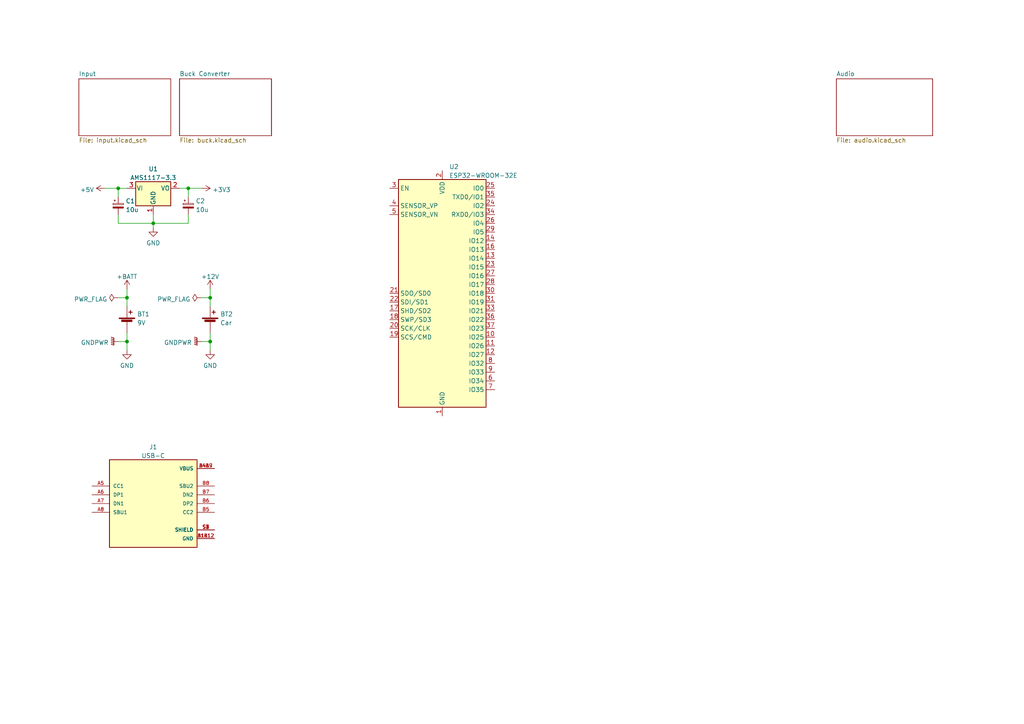
<source format=kicad_sch>
(kicad_sch (version 20211123) (generator eeschema)
  (paper "A4")
  (lib_symbols
    (symbol "Device:Battery_Cell" (pin_numbers hide) (pin_names (offset 0) hide)
      (property "Reference" "BT" (at 2.54 2.54 0))
      (property "Value" "Battery_Cell" (at 2.54 0 0))
      (symbol "Battery_Cell_0_1"
        (rectangle (start -2.286 1.778) (end 2.286 1.524) (fill (type outline)))
        (rectangle (start -1.5748 1.1938) (end 1.4732 0.6858) (fill (type outline)))
        (polyline (pts (xy 0 0.762) (xy 0 0)))
        (polyline (pts (xy 0 1.778) (xy 0 2.54)))
        (polyline (pts (xy 0.508 3.429) (xy 1.524 3.429)) (stroke (width 0.254)))
        (polyline (pts (xy 1.016 3.937) (xy 1.016 2.921)) (stroke (width 0.254)))
      )
      (symbol "Battery_Cell_1_1"
        (pin passive line (at 0 5.08 270) (length 2.54) (name "+") (number "1"))
        (pin passive line (at 0 -2.54 90) (length 2.54) (name "-") (number "2"))
      )
    )
    (symbol "Device:C_Polarized_Small" (pin_numbers hide) (pin_names (offset 0.254) hide)
      (property "Reference" "C" (at 0.254 1.778 0))
      (property "Value" "C_Polarized_Small" (at 0.254 -2.032 0))
      (symbol "C_Polarized_Small_0_1"
        (rectangle (start -1.524 -0.3048) (end 1.524 -0.6858) (fill (type outline)))
        (rectangle (start -1.524 0.6858) (end 1.524 0.3048))
        (polyline (pts (xy -1.27 1.524) (xy -0.762 1.524)))
        (polyline (pts (xy -1.016 1.27) (xy -1.016 1.778)))
      )
      (symbol "C_Polarized_Small_1_1"
        (pin passive line (at 0 2.54 270) (length 1.8542) (name "~") (number "1"))
        (pin passive line (at 0 -2.54 90) (length 1.8542) (name "~") (number "2"))
      )
    )
    (symbol "RF_Module:ESP32-WROOM-32"
      (property "Reference" "U" (at -12.7 34.29 0))
      (property "Value" "ESP32-WROOM-32" (at 1.27 34.29 0))
      (symbol "ESP32-WROOM-32_0_1"
        (rectangle (start -12.7 33.02) (end 12.7 -33.02) (stroke (width 0.254)) (fill (type background)))
      )
      (symbol "ESP32-WROOM-32_1_1"
        (pin power_in line (at 0 -35.56 90) (length 2.54) (name "GND") (number "1"))
        (pin bidirectional line (at 15.24 -12.7 180) (length 2.54) (name "IO25") (number "10"))
        (pin bidirectional line (at 15.24 -15.24 180) (length 2.54) (name "IO26") (number "11"))
        (pin bidirectional line (at 15.24 -17.78 180) (length 2.54) (name "IO27") (number "12"))
        (pin bidirectional line (at 15.24 10.16 180) (length 2.54) (name "IO14") (number "13"))
        (pin bidirectional line (at 15.24 15.24 180) (length 2.54) (name "IO12") (number "14"))
        (pin passive line (at 0 -35.56 90) (length 2.54) hide (name "GND") (number "15"))
        (pin bidirectional line (at 15.24 12.7 180) (length 2.54) (name "IO13") (number "16"))
        (pin bidirectional line (at -15.24 -5.08 0) (length 2.54) (name "SHD/SD2") (number "17"))
        (pin bidirectional line (at -15.24 -7.62 0) (length 2.54) (name "SWP/SD3") (number "18"))
        (pin bidirectional line (at -15.24 -12.7 0) (length 2.54) (name "SCS/CMD") (number "19"))
        (pin power_in line (at 0 35.56 270) (length 2.54) (name "VDD") (number "2"))
        (pin bidirectional line (at -15.24 -10.16 0) (length 2.54) (name "SCK/CLK") (number "20"))
        (pin bidirectional line (at -15.24 0 0) (length 2.54) (name "SDO/SD0") (number "21"))
        (pin bidirectional line (at -15.24 -2.54 0) (length 2.54) (name "SDI/SD1") (number "22"))
        (pin bidirectional line (at 15.24 7.62 180) (length 2.54) (name "IO15") (number "23"))
        (pin bidirectional line (at 15.24 25.4 180) (length 2.54) (name "IO2") (number "24"))
        (pin bidirectional line (at 15.24 30.48 180) (length 2.54) (name "IO0") (number "25"))
        (pin bidirectional line (at 15.24 20.32 180) (length 2.54) (name "IO4") (number "26"))
        (pin bidirectional line (at 15.24 5.08 180) (length 2.54) (name "IO16") (number "27"))
        (pin bidirectional line (at 15.24 2.54 180) (length 2.54) (name "IO17") (number "28"))
        (pin bidirectional line (at 15.24 17.78 180) (length 2.54) (name "IO5") (number "29"))
        (pin input line (at -15.24 30.48 0) (length 2.54) (name "EN") (number "3"))
        (pin bidirectional line (at 15.24 0 180) (length 2.54) (name "IO18") (number "30"))
        (pin bidirectional line (at 15.24 -2.54 180) (length 2.54) (name "IO19") (number "31"))
        (pin no_connect line (at -12.7 -27.94 0) (length 2.54) hide (name "NC") (number "32"))
        (pin bidirectional line (at 15.24 -5.08 180) (length 2.54) (name "IO21") (number "33"))
        (pin bidirectional line (at 15.24 22.86 180) (length 2.54) (name "RXD0/IO3") (number "34"))
        (pin bidirectional line (at 15.24 27.94 180) (length 2.54) (name "TXD0/IO1") (number "35"))
        (pin bidirectional line (at 15.24 -7.62 180) (length 2.54) (name "IO22") (number "36"))
        (pin bidirectional line (at 15.24 -10.16 180) (length 2.54) (name "IO23") (number "37"))
        (pin passive line (at 0 -35.56 90) (length 2.54) hide (name "GND") (number "38"))
        (pin passive line (at 0 -35.56 90) (length 2.54) hide (name "GND") (number "39"))
        (pin input line (at -15.24 25.4 0) (length 2.54) (name "SENSOR_VP") (number "4"))
        (pin input line (at -15.24 22.86 0) (length 2.54) (name "SENSOR_VN") (number "5"))
        (pin input line (at 15.24 -25.4 180) (length 2.54) (name "IO34") (number "6"))
        (pin input line (at 15.24 -27.94 180) (length 2.54) (name "IO35") (number "7"))
        (pin bidirectional line (at 15.24 -20.32 180) (length 2.54) (name "IO32") (number "8"))
        (pin bidirectional line (at 15.24 -22.86 180) (length 2.54) (name "IO33") (number "9"))
      )
    )
    (symbol "Regulator_Linear:AMS1117-3.3" (pin_names (offset 0.254))
      (property "Reference" "U" (at -3.81 3.175 0))
      (property "Value" "AMS1117-3.3" (at 0 3.175 0))
      (symbol "AMS1117-3.3_0_1"
        (rectangle (start -5.08 -5.08) (end 5.08 1.905) (stroke (width 0.254)) (fill (type background)))
      )
      (symbol "AMS1117-3.3_1_1"
        (pin power_in line (at 0 -7.62 90) (length 2.54) (name "GND") (number "1"))
        (pin power_out line (at 7.62 0 180) (length 2.54) (name "VO") (number "2"))
        (pin power_in line (at -7.62 0 0) (length 2.54) (name "VI") (number "3"))
      )
    )
    (symbol "TYPE-C-31-M-12:TYPE-C-31-M-12" (pin_names (offset 1.016))
      (property "Reference" "J" (at -12.7 13.462 0))
      (property "Value" "TYPE-C-31-M-12" (at -12.7 -13.462 0))
      (symbol "TYPE-C-31-M-12_0_0"
        (rectangle (start -12.7 -12.7) (end 12.7 12.7) (stroke (width 0.254)) (fill (type background)))
        (pin power_in line (at 17.78 -10.16 180) (length 5.08) (name "GND") (number "A1B12"))
        (pin power_in line (at 17.78 10.16 180) (length 5.08) (name "VBUS") (number "A4B9"))
        (pin bidirectional line (at -17.78 5.08 0) (length 5.08) (name "CC1") (number "A5"))
        (pin bidirectional line (at -17.78 2.54 0) (length 5.08) (name "DP1") (number "A6"))
        (pin bidirectional line (at -17.78 0 0) (length 5.08) (name "DN1") (number "A7"))
        (pin bidirectional line (at -17.78 -2.54 0) (length 5.08) (name "SBU1") (number "A8"))
        (pin power_in line (at 17.78 -10.16 180) (length 5.08) (name "GND") (number "B1A12"))
        (pin power_in line (at 17.78 10.16 180) (length 5.08) (name "VBUS") (number "B4A9"))
        (pin bidirectional line (at 17.78 -2.54 180) (length 5.08) (name "CC2") (number "B5"))
        (pin bidirectional line (at 17.78 0 180) (length 5.08) (name "DP2") (number "B6"))
        (pin bidirectional line (at 17.78 2.54 180) (length 5.08) (name "DN2") (number "B7"))
        (pin bidirectional line (at 17.78 5.08 180) (length 5.08) (name "SBU2") (number "B8"))
        (pin passive line (at 17.78 -7.62 180) (length 5.08) (name "SHIELD") (number "S1"))
        (pin passive line (at 17.78 -7.62 180) (length 5.08) (name "SHIELD") (number "S2"))
        (pin passive line (at 17.78 -7.62 180) (length 5.08) (name "SHIELD") (number "S3"))
        (pin passive line (at 17.78 -7.62 180) (length 5.08) (name "SHIELD") (number "S4"))
      )
    )
    (symbol "power:+12V" (power) (pin_names (offset 0))
      (property "Value" "+12V" (at 0 3.556 0))
      (symbol "+12V_0_1"
        (polyline (pts (xy -0.762 1.27) (xy 0 2.54)))
        (polyline (pts (xy 0 0) (xy 0 2.54)))
        (polyline (pts (xy 0 2.54) (xy 0.762 1.27)))
      )
      (symbol "+12V_1_1"
        (pin power_in line (at 0 0 90) (length 0) hide (name "+12V") (number "1"))
      )
    )
    (symbol "power:+3.3V" (power) (pin_names (offset 0))
      (property "Value" "+3.3V" (at 0 3.556 0))
      (symbol "+3.3V_0_1"
        (polyline (pts (xy -0.762 1.27) (xy 0 2.54)))
        (polyline (pts (xy 0 0) (xy 0 2.54)))
        (polyline (pts (xy 0 2.54) (xy 0.762 1.27)))
      )
      (symbol "+3.3V_1_1"
        (pin power_in line (at 0 0 90) (length 0) hide (name "+3V3") (number "1"))
      )
    )
    (symbol "power:+5V" (power) (pin_names (offset 0))
      (property "Value" "+5V" (at 0 3.556 0))
      (symbol "+5V_0_1"
        (polyline (pts (xy -0.762 1.27) (xy 0 2.54)))
        (polyline (pts (xy 0 0) (xy 0 2.54)))
        (polyline (pts (xy 0 2.54) (xy 0.762 1.27)))
      )
      (symbol "+5V_1_1"
        (pin power_in line (at 0 0 90) (length 0) hide (name "+5V") (number "1"))
      )
    )
    (symbol "power:+BATT" (power) (pin_names (offset 0))
      (property "Value" "+BATT" (at 0 3.556 0))
      (symbol "+BATT_0_1"
        (polyline (pts (xy -0.762 1.27) (xy 0 2.54)))
        (polyline (pts (xy 0 0) (xy 0 2.54)))
        (polyline (pts (xy 0 2.54) (xy 0.762 1.27)))
      )
      (symbol "+BATT_1_1"
        (pin power_in line (at 0 0 90) (length 0) hide (name "+BATT") (number "1"))
      )
    )
    (symbol "power:GND" (power) (pin_names (offset 0))
      (property "Value" "GND" (at 0 -3.81 0))
      (symbol "GND_0_1"
        (polyline (pts (xy 0 0) (xy 0 -1.27) (xy 1.27 -1.27) (xy 0 -2.54) (xy -1.27 -1.27) (xy 0 -1.27)))
      )
      (symbol "GND_1_1"
        (pin power_in line (at 0 0 270) (length 0) hide (name "GND") (number "1"))
      )
    )
    (symbol "power:GNDPWR" (power) (pin_names (offset 0))
      (property "Value" "GNDPWR" (at 0 -3.302 0))
      (symbol "GNDPWR_0_1"
        (polyline (pts (xy 0 -1.27) (xy 0 0)))
        (polyline (pts (xy -1.016 -1.27) (xy -1.27 -2.032) (xy -1.27 -2.032)) (stroke (width 0.2032)))
        (polyline (pts (xy -0.508 -1.27) (xy -0.762 -2.032) (xy -0.762 -2.032)) (stroke (width 0.2032)))
        (polyline (pts (xy 0 -1.27) (xy -0.254 -2.032) (xy -0.254 -2.032)) (stroke (width 0.2032)))
        (polyline (pts (xy 0.508 -1.27) (xy 0.254 -2.032) (xy 0.254 -2.032)) (stroke (width 0.2032)))
        (polyline (pts (xy 1.016 -1.27) (xy -1.016 -1.27) (xy -1.016 -1.27)) (stroke (width 0.2032)))
        (polyline (pts (xy 1.016 -1.27) (xy 0.762 -2.032) (xy 0.762 -2.032) (xy 0.762 -2.032)) (stroke (width 0.2032)))
      )
      (symbol "GNDPWR_1_1"
        (pin power_in line (at 0 0 270) (length 0) hide (name "GNDPWR") (number "1"))
      )
    )
    (symbol "power:PWR_FLAG" (power) (pin_numbers hide) (pin_names (offset 0) hide)
      (property "Value" "PWR_FLAG" (at 0 3.81 0))
      (symbol "PWR_FLAG_0_0"
        (pin power_out line (at 0 0 90) (length 0) (name "pwr") (number "1"))
      )
      (symbol "PWR_FLAG_0_1"
        (polyline (pts (xy 0 0) (xy 0 1.27) (xy -1.016 1.905) (xy 0 2.54) (xy 1.016 1.905) (xy 0 1.27)))
      )
    )
  )
  (junction (at 60.96 86.36))
  (junction (at 44.45 64.77))
  (junction (at 54.61 54.61))
  (junction (at 34.29 54.61))
  (junction (at 36.83 99.06))
  (junction (at 60.96 99.06))
  (junction (at 36.83 86.36))
  (wire (pts (xy 54.61 54.61) (xy 54.61 57.15)))
  (wire (pts (xy 60.96 86.36) (xy 60.96 88.9)))
  (wire (pts (xy 54.61 64.77) (xy 44.45 64.77)))
  (wire (pts (xy 36.83 83.82) (xy 36.83 86.36)))
  (wire (pts (xy 34.29 54.61) (xy 34.29 57.15)))
  (wire (pts (xy 52.07 54.61) (xy 54.61 54.61)))
  (wire (pts (xy 34.29 99.06) (xy 36.83 99.06)))
  (wire (pts (xy 60.96 99.06) (xy 60.96 101.6)))
  (wire (pts (xy 36.83 99.06) (xy 36.83 101.6)))
  (wire (pts (xy 34.29 86.36) (xy 36.83 86.36)))
  (wire (pts (xy 30.48 54.61) (xy 34.29 54.61)))
  (wire (pts (xy 34.29 54.61) (xy 36.83 54.61)))
  (wire (pts (xy 58.42 99.06) (xy 60.96 99.06)))
  (wire (pts (xy 34.29 62.23) (xy 34.29 64.77)))
  (wire (pts (xy 44.45 64.77) (xy 44.45 66.04)))
  (wire (pts (xy 60.96 96.52) (xy 60.96 99.06)))
  (wire (pts (xy 58.42 86.36) (xy 60.96 86.36)))
  (wire (pts (xy 54.61 62.23) (xy 54.61 64.77)))
  (wire (pts (xy 36.83 96.52) (xy 36.83 99.06)))
  (wire (pts (xy 36.83 86.36) (xy 36.83 88.9)))
  (wire (pts (xy 54.61 54.61) (xy 58.42 54.61)))
  (wire (pts (xy 44.45 62.23) (xy 44.45 64.77)))
  (wire (pts (xy 34.29 64.77) (xy 44.45 64.77)))
  (wire (pts (xy 60.96 83.82) (xy 60.96 86.36)))
  (symbol (lib_id "power:PWR_FLAG") (at 34.29 86.36 90) (unit 1)
    (property "Reference" "#FLG01" (effects hide))
    (property "Value" "PWR_FLAG" (at 31.1151 86.7938 90) (effects (justify left)))
  )
  (symbol (lib_id "power:GNDPWR") (at 34.29 99.06 270) (unit 1)
    (property "Reference" "#PWR02" (effects hide))
    (property "Value" "GNDPWR" (at 31.5215 99.3668 90) (effects (justify right)))
  )
  (symbol (lib_id "power:PWR_FLAG") (at 58.42 86.36 90) (unit 1)
    (property "Reference" "#FLG02" (effects hide))
    (property "Value" "PWR_FLAG" (at 55.2451 86.7938 90) (effects (justify left)))
  )
  (symbol (lib_id "TYPE-C-31-M-12:TYPE-C-31-M-12") (at 44.45 146.05 0) (unit 1)
    (property "Reference" "J1" (at 44.45 129.6502 0))
    (property "Value" "USB-C" (at 44.45 132.1871 0))
    (property "Footprint" "31-M-12:HRO_TYPE-C-31-M-12" (effects hide))
    (property "STANDARD" "Manufacturer Recommendations" (effects hide))
    (property "PARTREV" "A" (effects hide))
    (property "MANUFACTURER" "HRO Electronics" (effects hide))
    (property "MAXIMUM_PACKAGE_HEIGHT" "3.31mm" (effects hide))
    (property "LCSC#" "C165948" (effects hide))
  )
  (symbol (lib_id "RF_Module:ESP32-WROOM-32") (at 128.27 85.09 0) (unit 1)
    (property "Reference" "U2" (at 130.2894 48.3702 0) (effects (justify left)))
    (property "Value" "ESP32-WROOM-32E" (at 130.2894 50.9071 0) (effects (justify left)))
    (property "Footprint" "RF_Module:ESP32-WROOM-32" (effects hide))
    (property "Datasheet" "https://www.espressif.com/sites/default/files/documentation/esp32-wroom-32e_esp32-wroom-32ue_datasheet_en.pdf" (effects hide))
    (property "LCSC#" "C701341" (effects hide))
  )
  (symbol (lib_id "Device:Battery_Cell") (at 36.83 93.98 0) (unit 1)
    (property "Reference" "BT1" (at 39.751 91.1133 0) (effects (justify left)))
    (property "Value" "9V" (at 39.751 93.6502 0) (effects (justify left)))
    (property "Footprint" "TestPoint:TestPoint_2Pads_Pitch2.54mm_Drill0.8mm" (effects hide))
  )
  (symbol (lib_id "Device:C_Polarized_Small") (at 54.61 59.69 0) (unit 1)
    (property "Reference" "C2" (at 56.769 58.3092 0) (effects (justify left)))
    (property "Value" "10u" (at 56.769 60.8461 0) (effects (justify left)))
    (property "Footprint" "Capacitor_SMD:C_1206_3216Metric" (effects hide))
    (property "Datasheet" "https://datasheet.lcsc.com/lcsc/1811071223_AVX-TAJA106K016RNJ_C7171.pdf" (effects hide))
    (property "LCSC#" "C7171" (effects hide))
  )
  (symbol (lib_id "power:+5V") (at 30.48 54.61 90) (unit 1)
    (property "Reference" "#PWR01" (effects hide))
    (property "Value" "+5V" (at 27.3051 55.0438 90) (effects (justify left)))
  )
  (symbol (lib_id "power:+BATT") (at 36.83 83.82 0) (unit 1)
    (property "Reference" "#PWR03" (effects hide))
    (property "Value" "+BATT" (at 36.83 80.2442 0))
  )
  (symbol (lib_id "power:+3.3V") (at 58.42 54.61 270) (unit 1)
    (property "Reference" "#PWR06" (effects hide))
    (property "Value" "+3.3V" (at 61.595 55.0438 90) (effects (justify left)))
  )
  (symbol (lib_id "power:GND") (at 36.83 101.6 0) (unit 1)
    (property "Reference" "#PWR04" (effects hide))
    (property "Value" "GND" (at 36.83 106.0434 0))
  )
  (symbol (lib_id "Regulator_Linear:AMS1117-3.3") (at 44.45 54.61 0) (unit 1)
    (property "Reference" "U1" (at 44.45 49.0052 0))
    (property "Value" "AMS1117-3.3" (at 44.45 51.5421 0))
    (property "Footprint" "Package_TO_SOT_SMD:SOT-223-3_TabPin2" (effects hide))
    (property "Datasheet" "http://www.advanced-monolithic.com/pdf/ds1117.pdf" (effects hide))
    (property "LSCS#" "C6186" (effects hide))
  )
  (symbol (lib_id "power:GND") (at 60.96 101.6 0) (unit 1)
    (property "Reference" "#PWR09" (effects hide))
    (property "Value" "GND" (at 60.96 106.0434 0))
  )
  (symbol (lib_id "Device:C_Polarized_Small") (at 34.29 59.69 0) (unit 1)
    (property "Reference" "C1" (at 36.449 58.3092 0) (effects (justify left)))
    (property "Value" "10u" (at 36.449 60.8461 0) (effects (justify left)))
    (property "Footprint" "Capacitor_SMD:C_1206_3216Metric" (effects hide))
    (property "Datasheet" "https://datasheet.lcsc.com/lcsc/1811071223_AVX-TAJA106K016RNJ_C7171.pdf" (effects hide))
    (property "LCSC#" "C7171" (effects hide))
  )
  (symbol (lib_id "Device:Battery_Cell") (at 60.96 93.98 0) (unit 1)
    (property "Reference" "BT2" (at 63.881 91.1133 0) (effects (justify left)))
    (property "Value" "Car" (at 63.881 93.6502 0) (effects (justify left)))
    (property "Footprint" "TestPoint:TestPoint_2Pads_Pitch2.54mm_Drill0.8mm" (effects hide))
  )
  (symbol (lib_id "power:GNDPWR") (at 58.42 99.06 270) (unit 1)
    (property "Reference" "#PWR07" (effects hide))
    (property "Value" "GNDPWR" (at 55.6515 99.3668 90) (effects (justify right)))
  )
  (symbol (lib_id "power:+12V") (at 60.96 83.82 0) (unit 1)
    (property "Reference" "#PWR08" (effects hide))
    (property "Value" "+12V" (at 60.96 80.2442 0))
  )
  (symbol (lib_id "power:GND") (at 44.45 66.04 0) (unit 1)
    (property "Reference" "#PWR05" (effects hide))
    (property "Value" "GND" (at 44.45 70.4834 0))
  )
  (sheet (at 242.57 22.86) (size 27.94 16.51) (stroke (width 0.1524))
    (property "Sheet name" "Audio" (at 242.57 22.1484 0) (effects (justify left bottom)))
    (property "Sheet file" "audio.kicad_sch" (at 242.57 39.9546 0) (effects (justify left top)))
  )
  (sheet (at 52.07 22.86) (size 26.67 16.51) (stroke (width 0.1524))
    (property "Sheet name" "Buck Converter" (at 52.07 22.1484 0) (effects (justify left bottom)))
    (property "Sheet file" "buck.kicad_sch" (at 52.07 39.9546 0) (effects (justify left top)))
  )
  (sheet (at 22.86 22.86) (size 26.67 16.51) (stroke (width 0.1524))
    (property "Sheet name" "Input" (at 22.86 22.1484 0) (effects (justify left bottom)))
    (property "Sheet file" "input.kicad_sch" (at 22.86 39.9546 0) (effects (justify left top)))
  )
)
</source>
